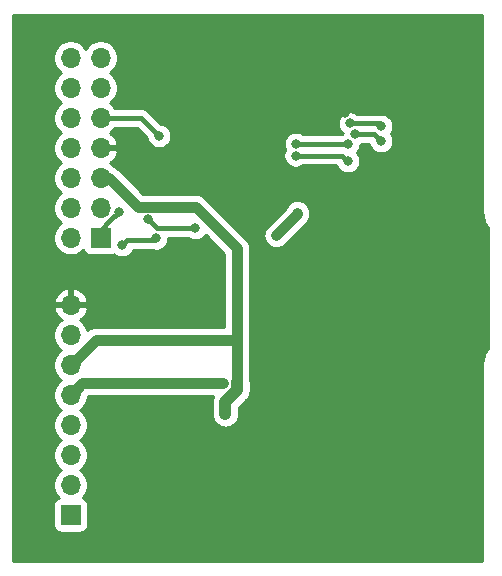
<source format=gbl>
%TF.GenerationSoftware,KiCad,Pcbnew,(5.1.6)-1*%
%TF.CreationDate,2020-08-11T11:23:43+09:00*%
%TF.ProjectId,BLDC_MD_DRV10970,424c4443-5f4d-4445-9f44-525631303937,rev?*%
%TF.SameCoordinates,Original*%
%TF.FileFunction,Copper,L2,Bot*%
%TF.FilePolarity,Positive*%
%FSLAX46Y46*%
G04 Gerber Fmt 4.6, Leading zero omitted, Abs format (unit mm)*
G04 Created by KiCad (PCBNEW (5.1.6)-1) date 2020-08-11 11:23:43*
%MOMM*%
%LPD*%
G01*
G04 APERTURE LIST*
%TA.AperFunction,ComponentPad*%
%ADD10O,1.700000X1.700000*%
%TD*%
%TA.AperFunction,ComponentPad*%
%ADD11R,1.700000X1.700000*%
%TD*%
%TA.AperFunction,ViaPad*%
%ADD12C,0.800000*%
%TD*%
%TA.AperFunction,ViaPad*%
%ADD13C,0.600000*%
%TD*%
%TA.AperFunction,Conductor*%
%ADD14C,0.914400*%
%TD*%
%TA.AperFunction,Conductor*%
%ADD15C,0.406400*%
%TD*%
%TA.AperFunction,Conductor*%
%ADD16C,1.016000*%
%TD*%
%TA.AperFunction,Conductor*%
%ADD17C,0.254000*%
%TD*%
G04 APERTURE END LIST*
D10*
%TO.P,J2,8*%
%TO.N,GND*%
X136499600Y-113182400D03*
%TO.P,J2,7*%
%TO.N,VCC*%
X136499600Y-115722400D03*
%TO.P,J2,6*%
%TO.N,+5V*%
X136499600Y-118262400D03*
%TO.P,J2,5*%
%TO.N,+3V3*%
X136499600Y-120802400D03*
%TO.P,J2,4*%
%TO.N,/RD3V3*%
X136499600Y-123342400D03*
%TO.P,J2,3*%
%TO.N,/PWM3V3*%
X136499600Y-125882400D03*
%TO.P,J2,2*%
%TO.N,/FR3V3*%
X136499600Y-128422400D03*
D11*
%TO.P,J2,1*%
%TO.N,/FG3V3*%
X136499600Y-130962400D03*
%TD*%
D10*
%TO.P,J1,14*%
%TO.N,Net-(J1-Pad14)*%
X136499600Y-92252800D03*
%TO.P,J1,13*%
%TO.N,Net-(J1-Pad13)*%
X139039600Y-92252800D03*
%TO.P,J1,12*%
%TO.N,/HALL_A_P*%
X136499600Y-94792800D03*
%TO.P,J1,11*%
%TO.N,/HALL_A_N*%
X139039600Y-94792800D03*
%TO.P,J1,10*%
%TO.N,/COIL_A*%
X136499600Y-97332800D03*
%TO.P,J1,9*%
%TO.N,/HALL_B_N*%
X139039600Y-97332800D03*
%TO.P,J1,8*%
%TO.N,/COIL_C*%
X136499600Y-99872800D03*
%TO.P,J1,7*%
%TO.N,GND*%
X139039600Y-99872800D03*
%TO.P,J1,6*%
%TO.N,/COIL_B*%
X136499600Y-102412800D03*
%TO.P,J1,5*%
%TO.N,+5V*%
X139039600Y-102412800D03*
%TO.P,J1,4*%
%TO.N,Net-(J1-Pad4)*%
X136499600Y-104952800D03*
%TO.P,J1,3*%
%TO.N,/HALL_B_P*%
X139039600Y-104952800D03*
%TO.P,J1,2*%
%TO.N,/HALL_C_N*%
X136499600Y-107492800D03*
D11*
%TO.P,J1,1*%
%TO.N,/HALL_C_P*%
X139039600Y-107492800D03*
%TD*%
D12*
%TO.N,VCC*%
X155702000Y-105410000D03*
X153924000Y-107276810D03*
D13*
%TO.N,GND*%
X150000000Y-100700000D03*
X151100000Y-100700000D03*
X151100000Y-99400000D03*
X150000000Y-99400000D03*
X148900000Y-102000000D03*
X148900000Y-100700000D03*
X148900000Y-99400000D03*
D12*
X159708323Y-96909418D03*
X154432000Y-124460000D03*
X154432000Y-128270000D03*
X154432000Y-131826000D03*
X159170581Y-106750000D03*
D13*
X148900000Y-96800000D03*
X151100000Y-96800000D03*
X150000000Y-96800000D03*
X148900000Y-98100000D03*
X150000000Y-98100000D03*
X151100000Y-98100000D03*
X148900000Y-103300000D03*
X151100000Y-102000000D03*
X151100000Y-103300000D03*
X150000000Y-102000000D03*
X150000000Y-103300000D03*
D12*
%TO.N,/VCP*%
X143035590Y-105918000D03*
X147066000Y-106680000D03*
%TO.N,/PWM*%
X155600400Y-99532440D03*
X159969903Y-99581537D03*
%TO.N,/RD*%
X155549331Y-100531137D03*
X159973781Y-101005240D03*
%TO.N,/COIL_B*%
X140853160Y-108107480D03*
X143747758Y-107537518D03*
%TO.N,/HALL_C_P*%
X140579851Y-105273851D03*
%TO.N,/HALL_B_N*%
X144001094Y-98871790D03*
%TO.N,+5V*%
X150600000Y-119725000D03*
X150600000Y-116150000D03*
X150600000Y-112525000D03*
X150600000Y-108950000D03*
X149606000Y-122428000D03*
%TO.N,+3V3*%
X149418810Y-119826152D03*
%TO.N,Net-(JP1-Pad2)*%
X160580192Y-98709376D03*
X162793001Y-99314000D03*
%TO.N,Net-(JP3-Pad2)*%
X160145720Y-97808689D03*
X162793001Y-98044000D03*
%TD*%
D14*
%TO.N,VCC*%
X155702000Y-105410000D02*
X155702000Y-105498810D01*
X155702000Y-105498810D02*
X153924000Y-107276810D01*
D15*
%TO.N,/VCP*%
X143797590Y-106680000D02*
X147066000Y-106680000D01*
X143035590Y-105918000D02*
X143797590Y-106680000D01*
%TO.N,/PWM*%
X155600400Y-99532440D02*
X159920806Y-99532440D01*
X159920806Y-99532440D02*
X159969903Y-99581537D01*
%TO.N,/RD*%
X155549331Y-100531137D02*
X159499678Y-100531137D01*
X159499678Y-100531137D02*
X159973781Y-101005240D01*
%TO.N,/COIL_B*%
X140853160Y-108107480D02*
X141259560Y-107701080D01*
X141259560Y-107701080D02*
X143584196Y-107701080D01*
X143584196Y-107701080D02*
X143747758Y-107537518D01*
%TO.N,/HALL_C_P*%
X140579851Y-105273851D02*
X139852400Y-106001302D01*
X139039600Y-106814102D02*
X139852400Y-106001302D01*
X139039600Y-107492800D02*
X139039600Y-106814102D01*
%TO.N,/HALL_B_N*%
X142462104Y-97332800D02*
X144001094Y-98871790D01*
X139039600Y-97332800D02*
X142462104Y-97332800D01*
D14*
%TO.N,+5V*%
X150600000Y-119725000D02*
X150600000Y-117450000D01*
X150600000Y-116150000D02*
X150600000Y-117450000D01*
X150600000Y-116150000D02*
X150600000Y-113575000D01*
X150600000Y-112525000D02*
X150600000Y-113575000D01*
X150600000Y-112525000D02*
X150600000Y-109725000D01*
X150600000Y-108950000D02*
X150600000Y-109725000D01*
X142198799Y-104860799D02*
X139750800Y-102412800D01*
X147076484Y-104860799D02*
X142198799Y-104860799D01*
X139750800Y-102412800D02*
X139039600Y-102412800D01*
X150600000Y-108950000D02*
X150600000Y-108384315D01*
X150600000Y-108384315D02*
X147076484Y-104860799D01*
X138612000Y-116150000D02*
X136499600Y-118262400D01*
X150600000Y-116150000D02*
X138612000Y-116150000D01*
D16*
X149606000Y-122428000D02*
X149606000Y-121412000D01*
X150600000Y-120418000D02*
X150600000Y-119725000D01*
X149606000Y-121412000D02*
X150600000Y-120418000D01*
D14*
%TO.N,+3V3*%
X137475848Y-119826152D02*
X136499600Y-120802400D01*
X149418810Y-119826152D02*
X137475848Y-119826152D01*
D15*
%TO.N,Net-(JP1-Pad2)*%
X160580192Y-98709376D02*
X162188377Y-98709376D01*
X162188377Y-98709376D02*
X162793001Y-99314000D01*
%TO.N,Net-(JP3-Pad2)*%
X160145720Y-97808689D02*
X162557690Y-97808689D01*
X162557690Y-97808689D02*
X162793001Y-98044000D01*
%TD*%
D17*
%TO.N,GND*%
G36*
X171340001Y-105282419D02*
G01*
X171342818Y-105311018D01*
X171342753Y-105320288D01*
X171343652Y-105329460D01*
X171374252Y-105620605D01*
X171386283Y-105679217D01*
X171397489Y-105737963D01*
X171400153Y-105746784D01*
X171486721Y-106026440D01*
X171509899Y-106081578D01*
X171532311Y-106137050D01*
X171536638Y-106145186D01*
X171675877Y-106402702D01*
X171709304Y-106452259D01*
X171742080Y-106502347D01*
X171747905Y-106509488D01*
X171873000Y-106660703D01*
X171873000Y-116838663D01*
X171739155Y-117002773D01*
X171706055Y-117052592D01*
X171672256Y-117101955D01*
X171667873Y-117110061D01*
X171530436Y-117368542D01*
X171507645Y-117423836D01*
X171484075Y-117478829D01*
X171481350Y-117487632D01*
X171396736Y-117767886D01*
X171385116Y-117826571D01*
X171372680Y-117885079D01*
X171371717Y-117894244D01*
X171343150Y-118185596D01*
X171340000Y-118217582D01*
X171340001Y-134840000D01*
X131660000Y-134840000D01*
X131660000Y-130112400D01*
X135011528Y-130112400D01*
X135011528Y-131812400D01*
X135023788Y-131936882D01*
X135060098Y-132056580D01*
X135119063Y-132166894D01*
X135198415Y-132263585D01*
X135295106Y-132342937D01*
X135405420Y-132401902D01*
X135525118Y-132438212D01*
X135649600Y-132450472D01*
X137349600Y-132450472D01*
X137474082Y-132438212D01*
X137593780Y-132401902D01*
X137704094Y-132342937D01*
X137800785Y-132263585D01*
X137880137Y-132166894D01*
X137939102Y-132056580D01*
X137975412Y-131936882D01*
X137987672Y-131812400D01*
X137987672Y-130112400D01*
X137975412Y-129987918D01*
X137939102Y-129868220D01*
X137880137Y-129757906D01*
X137800785Y-129661215D01*
X137704094Y-129581863D01*
X137593780Y-129522898D01*
X137521220Y-129500887D01*
X137653075Y-129369032D01*
X137815590Y-129125811D01*
X137927532Y-128855558D01*
X137984600Y-128568660D01*
X137984600Y-128276140D01*
X137927532Y-127989242D01*
X137815590Y-127718989D01*
X137653075Y-127475768D01*
X137446232Y-127268925D01*
X137271840Y-127152400D01*
X137446232Y-127035875D01*
X137653075Y-126829032D01*
X137815590Y-126585811D01*
X137927532Y-126315558D01*
X137984600Y-126028660D01*
X137984600Y-125736140D01*
X137927532Y-125449242D01*
X137815590Y-125178989D01*
X137653075Y-124935768D01*
X137446232Y-124728925D01*
X137271840Y-124612400D01*
X137446232Y-124495875D01*
X137653075Y-124289032D01*
X137815590Y-124045811D01*
X137927532Y-123775558D01*
X137984600Y-123488660D01*
X137984600Y-123196140D01*
X137927532Y-122909242D01*
X137815590Y-122638989D01*
X137653075Y-122395768D01*
X137446232Y-122188925D01*
X137271840Y-122072400D01*
X137446232Y-121955875D01*
X137653075Y-121749032D01*
X137815590Y-121505811D01*
X137927532Y-121235558D01*
X137984600Y-120948660D01*
X137984600Y-120918352D01*
X148573827Y-120918352D01*
X148544897Y-120972477D01*
X148479539Y-121187933D01*
X148463000Y-121355854D01*
X148463000Y-121355861D01*
X148457471Y-121412000D01*
X148463000Y-121468139D01*
X148463000Y-122484145D01*
X148479539Y-122652066D01*
X148544897Y-122867522D01*
X148651032Y-123066088D01*
X148793867Y-123240133D01*
X148967911Y-123382968D01*
X149166477Y-123489103D01*
X149381933Y-123554461D01*
X149606000Y-123576530D01*
X149830066Y-123554461D01*
X150045522Y-123489103D01*
X150244088Y-123382968D01*
X150418133Y-123240133D01*
X150560968Y-123066089D01*
X150667103Y-122867523D01*
X150732461Y-122652067D01*
X150749000Y-122484146D01*
X150749000Y-121885446D01*
X151368529Y-121265918D01*
X151412133Y-121230133D01*
X151447918Y-121186529D01*
X151447924Y-121186523D01*
X151554967Y-121056090D01*
X151554968Y-121056089D01*
X151661103Y-120857523D01*
X151726461Y-120642067D01*
X151743000Y-120474146D01*
X151743000Y-120474140D01*
X151748529Y-120418001D01*
X151743000Y-120361862D01*
X151743000Y-119668855D01*
X151726461Y-119500934D01*
X151692200Y-119387990D01*
X151692200Y-116203648D01*
X151697484Y-116150000D01*
X151692200Y-116096351D01*
X151692200Y-108437956D01*
X151697483Y-108384314D01*
X151692200Y-108330673D01*
X151692200Y-108330667D01*
X151676396Y-108170207D01*
X151676396Y-108170205D01*
X151647324Y-108074371D01*
X151613943Y-107964327D01*
X151512525Y-107774586D01*
X151430982Y-107675226D01*
X151410237Y-107649948D01*
X151410235Y-107649946D01*
X151376038Y-107608277D01*
X151334369Y-107574080D01*
X151037099Y-107276810D01*
X152826517Y-107276810D01*
X152847604Y-107490919D01*
X152910057Y-107696798D01*
X153011476Y-107886538D01*
X153147962Y-108052848D01*
X153314272Y-108189334D01*
X153504012Y-108290753D01*
X153709891Y-108353206D01*
X153924000Y-108374293D01*
X154138109Y-108353206D01*
X154343988Y-108290753D01*
X154533728Y-108189334D01*
X154658366Y-108087047D01*
X156436369Y-106309045D01*
X156478038Y-106274848D01*
X156529561Y-106212068D01*
X156614525Y-106108539D01*
X156715943Y-105918799D01*
X156778396Y-105712919D01*
X156782811Y-105668089D01*
X156794200Y-105552458D01*
X156794200Y-105552451D01*
X156799483Y-105498810D01*
X156794200Y-105445169D01*
X156794200Y-105356351D01*
X156778396Y-105195891D01*
X156715943Y-104990011D01*
X156614525Y-104800271D01*
X156478038Y-104633962D01*
X156311729Y-104497475D01*
X156121988Y-104396057D01*
X155916108Y-104333604D01*
X155702000Y-104312516D01*
X155487891Y-104333604D01*
X155282011Y-104396057D01*
X155092271Y-104497475D01*
X154925962Y-104633962D01*
X154789475Y-104800271D01*
X154713161Y-104943045D01*
X153113763Y-106542444D01*
X153011476Y-106667082D01*
X152910057Y-106856822D01*
X152847604Y-107062701D01*
X152826517Y-107276810D01*
X151037099Y-107276810D01*
X147886724Y-104126436D01*
X147852522Y-104084761D01*
X147686213Y-103948274D01*
X147496473Y-103846856D01*
X147290593Y-103784403D01*
X147130133Y-103768599D01*
X147130125Y-103768599D01*
X147076484Y-103763316D01*
X147022843Y-103768599D01*
X142651203Y-103768599D01*
X140561040Y-101678437D01*
X140526838Y-101636762D01*
X140360529Y-101500275D01*
X140170789Y-101398857D01*
X140106159Y-101379252D01*
X139986232Y-101259325D01*
X139804066Y-101137605D01*
X139920955Y-101067978D01*
X140137188Y-100873069D01*
X140311241Y-100639720D01*
X140411514Y-100429198D01*
X154514331Y-100429198D01*
X154514331Y-100633076D01*
X154554105Y-100833035D01*
X154632126Y-101021393D01*
X154745394Y-101190911D01*
X154889557Y-101335074D01*
X155059075Y-101448342D01*
X155247433Y-101526363D01*
X155447392Y-101566137D01*
X155651270Y-101566137D01*
X155851229Y-101526363D01*
X156039587Y-101448342D01*
X156157827Y-101369337D01*
X159004319Y-101369337D01*
X159056576Y-101495496D01*
X159169844Y-101665014D01*
X159314007Y-101809177D01*
X159483525Y-101922445D01*
X159671883Y-102000466D01*
X159871842Y-102040240D01*
X160075720Y-102040240D01*
X160275679Y-102000466D01*
X160464037Y-101922445D01*
X160633555Y-101809177D01*
X160777718Y-101665014D01*
X160890986Y-101495496D01*
X160969007Y-101307138D01*
X161008781Y-101107179D01*
X161008781Y-100903301D01*
X160969007Y-100703342D01*
X160890986Y-100514984D01*
X160777718Y-100345466D01*
X160723702Y-100291450D01*
X160773840Y-100241311D01*
X160887108Y-100071793D01*
X160965129Y-99883435D01*
X161004903Y-99683476D01*
X161004903Y-99653731D01*
X161070448Y-99626581D01*
X161188688Y-99547576D01*
X161784185Y-99547576D01*
X161797775Y-99615898D01*
X161875796Y-99804256D01*
X161989064Y-99973774D01*
X162133227Y-100117937D01*
X162302745Y-100231205D01*
X162491103Y-100309226D01*
X162691062Y-100349000D01*
X162894940Y-100349000D01*
X163094899Y-100309226D01*
X163283257Y-100231205D01*
X163452775Y-100117937D01*
X163596938Y-99973774D01*
X163710206Y-99804256D01*
X163788227Y-99615898D01*
X163828001Y-99415939D01*
X163828001Y-99212061D01*
X163788227Y-99012102D01*
X163710206Y-98823744D01*
X163613491Y-98679000D01*
X163710206Y-98534256D01*
X163788227Y-98345898D01*
X163828001Y-98145939D01*
X163828001Y-97942061D01*
X163788227Y-97742102D01*
X163710206Y-97553744D01*
X163596938Y-97384226D01*
X163452775Y-97240063D01*
X163283257Y-97126795D01*
X163094899Y-97048774D01*
X162894940Y-97009000D01*
X162808976Y-97009000D01*
X162722006Y-96982618D01*
X162598860Y-96970489D01*
X162598853Y-96970489D01*
X162557690Y-96966435D01*
X162516527Y-96970489D01*
X160754216Y-96970489D01*
X160635976Y-96891484D01*
X160447618Y-96813463D01*
X160247659Y-96773689D01*
X160043781Y-96773689D01*
X159843822Y-96813463D01*
X159655464Y-96891484D01*
X159485946Y-97004752D01*
X159341783Y-97148915D01*
X159228515Y-97318433D01*
X159150494Y-97506791D01*
X159110720Y-97706750D01*
X159110720Y-97910628D01*
X159150494Y-98110587D01*
X159228515Y-98298945D01*
X159341783Y-98468463D01*
X159485946Y-98612626D01*
X159531306Y-98642934D01*
X159479647Y-98664332D01*
X159434886Y-98694240D01*
X156208896Y-98694240D01*
X156090656Y-98615235D01*
X155902298Y-98537214D01*
X155702339Y-98497440D01*
X155498461Y-98497440D01*
X155298502Y-98537214D01*
X155110144Y-98615235D01*
X154940626Y-98728503D01*
X154796463Y-98872666D01*
X154683195Y-99042184D01*
X154605174Y-99230542D01*
X154565400Y-99430501D01*
X154565400Y-99634379D01*
X154605174Y-99834338D01*
X154668302Y-99986740D01*
X154632126Y-100040881D01*
X154554105Y-100229239D01*
X154514331Y-100429198D01*
X140411514Y-100429198D01*
X140436425Y-100376899D01*
X140481076Y-100229690D01*
X140359755Y-99999800D01*
X139166600Y-99999800D01*
X139166600Y-100019800D01*
X138912600Y-100019800D01*
X138912600Y-99999800D01*
X138892600Y-99999800D01*
X138892600Y-99745800D01*
X138912600Y-99745800D01*
X138912600Y-99725800D01*
X139166600Y-99725800D01*
X139166600Y-99745800D01*
X140359755Y-99745800D01*
X140481076Y-99515910D01*
X140436425Y-99368701D01*
X140311241Y-99105880D01*
X140137188Y-98872531D01*
X139920955Y-98677622D01*
X139804066Y-98607995D01*
X139986232Y-98486275D01*
X140193075Y-98279432D01*
X140265527Y-98171000D01*
X142114911Y-98171000D01*
X142978125Y-99034214D01*
X143005868Y-99173688D01*
X143083889Y-99362046D01*
X143197157Y-99531564D01*
X143341320Y-99675727D01*
X143510838Y-99788995D01*
X143699196Y-99867016D01*
X143899155Y-99906790D01*
X144103033Y-99906790D01*
X144302992Y-99867016D01*
X144491350Y-99788995D01*
X144660868Y-99675727D01*
X144805031Y-99531564D01*
X144918299Y-99362046D01*
X144996320Y-99173688D01*
X145036094Y-98973729D01*
X145036094Y-98769851D01*
X144996320Y-98569892D01*
X144918299Y-98381534D01*
X144805031Y-98212016D01*
X144660868Y-98067853D01*
X144491350Y-97954585D01*
X144302992Y-97876564D01*
X144163518Y-97848821D01*
X143083915Y-96769218D01*
X143057668Y-96737236D01*
X142930036Y-96632491D01*
X142784421Y-96554658D01*
X142626420Y-96506729D01*
X142503274Y-96494600D01*
X142503267Y-96494600D01*
X142462104Y-96490546D01*
X142420941Y-96494600D01*
X140265527Y-96494600D01*
X140193075Y-96386168D01*
X139986232Y-96179325D01*
X139811840Y-96062800D01*
X139986232Y-95946275D01*
X140193075Y-95739432D01*
X140355590Y-95496211D01*
X140467532Y-95225958D01*
X140524600Y-94939060D01*
X140524600Y-94646540D01*
X140467532Y-94359642D01*
X140355590Y-94089389D01*
X140193075Y-93846168D01*
X139986232Y-93639325D01*
X139811840Y-93522800D01*
X139986232Y-93406275D01*
X140193075Y-93199432D01*
X140355590Y-92956211D01*
X140467532Y-92685958D01*
X140524600Y-92399060D01*
X140524600Y-92106540D01*
X140467532Y-91819642D01*
X140355590Y-91549389D01*
X140193075Y-91306168D01*
X139986232Y-91099325D01*
X139743011Y-90936810D01*
X139472758Y-90824868D01*
X139185860Y-90767800D01*
X138893340Y-90767800D01*
X138606442Y-90824868D01*
X138336189Y-90936810D01*
X138092968Y-91099325D01*
X137886125Y-91306168D01*
X137769600Y-91480560D01*
X137653075Y-91306168D01*
X137446232Y-91099325D01*
X137203011Y-90936810D01*
X136932758Y-90824868D01*
X136645860Y-90767800D01*
X136353340Y-90767800D01*
X136066442Y-90824868D01*
X135796189Y-90936810D01*
X135552968Y-91099325D01*
X135346125Y-91306168D01*
X135183610Y-91549389D01*
X135071668Y-91819642D01*
X135014600Y-92106540D01*
X135014600Y-92399060D01*
X135071668Y-92685958D01*
X135183610Y-92956211D01*
X135346125Y-93199432D01*
X135552968Y-93406275D01*
X135727360Y-93522800D01*
X135552968Y-93639325D01*
X135346125Y-93846168D01*
X135183610Y-94089389D01*
X135071668Y-94359642D01*
X135014600Y-94646540D01*
X135014600Y-94939060D01*
X135071668Y-95225958D01*
X135183610Y-95496211D01*
X135346125Y-95739432D01*
X135552968Y-95946275D01*
X135727360Y-96062800D01*
X135552968Y-96179325D01*
X135346125Y-96386168D01*
X135183610Y-96629389D01*
X135071668Y-96899642D01*
X135014600Y-97186540D01*
X135014600Y-97479060D01*
X135071668Y-97765958D01*
X135183610Y-98036211D01*
X135346125Y-98279432D01*
X135552968Y-98486275D01*
X135727360Y-98602800D01*
X135552968Y-98719325D01*
X135346125Y-98926168D01*
X135183610Y-99169389D01*
X135071668Y-99439642D01*
X135014600Y-99726540D01*
X135014600Y-100019060D01*
X135071668Y-100305958D01*
X135183610Y-100576211D01*
X135346125Y-100819432D01*
X135552968Y-101026275D01*
X135727360Y-101142800D01*
X135552968Y-101259325D01*
X135346125Y-101466168D01*
X135183610Y-101709389D01*
X135071668Y-101979642D01*
X135014600Y-102266540D01*
X135014600Y-102559060D01*
X135071668Y-102845958D01*
X135183610Y-103116211D01*
X135346125Y-103359432D01*
X135552968Y-103566275D01*
X135727360Y-103682800D01*
X135552968Y-103799325D01*
X135346125Y-104006168D01*
X135183610Y-104249389D01*
X135071668Y-104519642D01*
X135014600Y-104806540D01*
X135014600Y-105099060D01*
X135071668Y-105385958D01*
X135183610Y-105656211D01*
X135346125Y-105899432D01*
X135552968Y-106106275D01*
X135727360Y-106222800D01*
X135552968Y-106339325D01*
X135346125Y-106546168D01*
X135183610Y-106789389D01*
X135071668Y-107059642D01*
X135014600Y-107346540D01*
X135014600Y-107639060D01*
X135071668Y-107925958D01*
X135183610Y-108196211D01*
X135346125Y-108439432D01*
X135552968Y-108646275D01*
X135796189Y-108808790D01*
X136066442Y-108920732D01*
X136353340Y-108977800D01*
X136645860Y-108977800D01*
X136932758Y-108920732D01*
X137203011Y-108808790D01*
X137446232Y-108646275D01*
X137578087Y-108514420D01*
X137600098Y-108586980D01*
X137659063Y-108697294D01*
X137738415Y-108793985D01*
X137835106Y-108873337D01*
X137945420Y-108932302D01*
X138065118Y-108968612D01*
X138189600Y-108980872D01*
X139889600Y-108980872D01*
X140014082Y-108968612D01*
X140133780Y-108932302D01*
X140186234Y-108904265D01*
X140193386Y-108911417D01*
X140362904Y-109024685D01*
X140551262Y-109102706D01*
X140751221Y-109142480D01*
X140955099Y-109142480D01*
X141155058Y-109102706D01*
X141343416Y-109024685D01*
X141512934Y-108911417D01*
X141657097Y-108767254D01*
X141770365Y-108597736D01*
X141794578Y-108539280D01*
X143478719Y-108539280D01*
X143645819Y-108572518D01*
X143849697Y-108572518D01*
X144049656Y-108532744D01*
X144238014Y-108454723D01*
X144407532Y-108341455D01*
X144551695Y-108197292D01*
X144664963Y-108027774D01*
X144742984Y-107839416D01*
X144782758Y-107639457D01*
X144782758Y-107518200D01*
X146457504Y-107518200D01*
X146575744Y-107597205D01*
X146764102Y-107675226D01*
X146964061Y-107715000D01*
X147167939Y-107715000D01*
X147367898Y-107675226D01*
X147556256Y-107597205D01*
X147725774Y-107483937D01*
X147869937Y-107339774D01*
X147926381Y-107255299D01*
X149507800Y-108836719D01*
X149507800Y-109778649D01*
X149507801Y-109778659D01*
X149507800Y-112471351D01*
X149507800Y-113628649D01*
X149507801Y-113628659D01*
X149507800Y-115057800D01*
X138665641Y-115057800D01*
X138612000Y-115052517D01*
X138558359Y-115057800D01*
X138558351Y-115057800D01*
X138397891Y-115073604D01*
X138192011Y-115136057D01*
X138002271Y-115237475D01*
X137929168Y-115297469D01*
X137927532Y-115289242D01*
X137815590Y-115018989D01*
X137653075Y-114775768D01*
X137446232Y-114568925D01*
X137264066Y-114447205D01*
X137380955Y-114377578D01*
X137597188Y-114182669D01*
X137771241Y-113949320D01*
X137896425Y-113686499D01*
X137941076Y-113539290D01*
X137819755Y-113309400D01*
X136626600Y-113309400D01*
X136626600Y-113329400D01*
X136372600Y-113329400D01*
X136372600Y-113309400D01*
X135179445Y-113309400D01*
X135058124Y-113539290D01*
X135102775Y-113686499D01*
X135227959Y-113949320D01*
X135402012Y-114182669D01*
X135618245Y-114377578D01*
X135735134Y-114447205D01*
X135552968Y-114568925D01*
X135346125Y-114775768D01*
X135183610Y-115018989D01*
X135071668Y-115289242D01*
X135014600Y-115576140D01*
X135014600Y-115868660D01*
X135071668Y-116155558D01*
X135183610Y-116425811D01*
X135346125Y-116669032D01*
X135552968Y-116875875D01*
X135727360Y-116992400D01*
X135552968Y-117108925D01*
X135346125Y-117315768D01*
X135183610Y-117558989D01*
X135071668Y-117829242D01*
X135014600Y-118116140D01*
X135014600Y-118408660D01*
X135071668Y-118695558D01*
X135183610Y-118965811D01*
X135346125Y-119209032D01*
X135552968Y-119415875D01*
X135727360Y-119532400D01*
X135552968Y-119648925D01*
X135346125Y-119855768D01*
X135183610Y-120098989D01*
X135071668Y-120369242D01*
X135014600Y-120656140D01*
X135014600Y-120948660D01*
X135071668Y-121235558D01*
X135183610Y-121505811D01*
X135346125Y-121749032D01*
X135552968Y-121955875D01*
X135727360Y-122072400D01*
X135552968Y-122188925D01*
X135346125Y-122395768D01*
X135183610Y-122638989D01*
X135071668Y-122909242D01*
X135014600Y-123196140D01*
X135014600Y-123488660D01*
X135071668Y-123775558D01*
X135183610Y-124045811D01*
X135346125Y-124289032D01*
X135552968Y-124495875D01*
X135727360Y-124612400D01*
X135552968Y-124728925D01*
X135346125Y-124935768D01*
X135183610Y-125178989D01*
X135071668Y-125449242D01*
X135014600Y-125736140D01*
X135014600Y-126028660D01*
X135071668Y-126315558D01*
X135183610Y-126585811D01*
X135346125Y-126829032D01*
X135552968Y-127035875D01*
X135727360Y-127152400D01*
X135552968Y-127268925D01*
X135346125Y-127475768D01*
X135183610Y-127718989D01*
X135071668Y-127989242D01*
X135014600Y-128276140D01*
X135014600Y-128568660D01*
X135071668Y-128855558D01*
X135183610Y-129125811D01*
X135346125Y-129369032D01*
X135477980Y-129500887D01*
X135405420Y-129522898D01*
X135295106Y-129581863D01*
X135198415Y-129661215D01*
X135119063Y-129757906D01*
X135060098Y-129868220D01*
X135023788Y-129987918D01*
X135011528Y-130112400D01*
X131660000Y-130112400D01*
X131660000Y-112825510D01*
X135058124Y-112825510D01*
X135179445Y-113055400D01*
X136372600Y-113055400D01*
X136372600Y-111861586D01*
X136626600Y-111861586D01*
X136626600Y-113055400D01*
X137819755Y-113055400D01*
X137941076Y-112825510D01*
X137896425Y-112678301D01*
X137771241Y-112415480D01*
X137597188Y-112182131D01*
X137380955Y-111987222D01*
X137130852Y-111838243D01*
X136856491Y-111740919D01*
X136626600Y-111861586D01*
X136372600Y-111861586D01*
X136142709Y-111740919D01*
X135868348Y-111838243D01*
X135618245Y-111987222D01*
X135402012Y-112182131D01*
X135227959Y-112415480D01*
X135102775Y-112678301D01*
X135058124Y-112825510D01*
X131660000Y-112825510D01*
X131660000Y-88660000D01*
X171340000Y-88660000D01*
X171340001Y-105282419D01*
G37*
X171340001Y-105282419D02*
X171342818Y-105311018D01*
X171342753Y-105320288D01*
X171343652Y-105329460D01*
X171374252Y-105620605D01*
X171386283Y-105679217D01*
X171397489Y-105737963D01*
X171400153Y-105746784D01*
X171486721Y-106026440D01*
X171509899Y-106081578D01*
X171532311Y-106137050D01*
X171536638Y-106145186D01*
X171675877Y-106402702D01*
X171709304Y-106452259D01*
X171742080Y-106502347D01*
X171747905Y-106509488D01*
X171873000Y-106660703D01*
X171873000Y-116838663D01*
X171739155Y-117002773D01*
X171706055Y-117052592D01*
X171672256Y-117101955D01*
X171667873Y-117110061D01*
X171530436Y-117368542D01*
X171507645Y-117423836D01*
X171484075Y-117478829D01*
X171481350Y-117487632D01*
X171396736Y-117767886D01*
X171385116Y-117826571D01*
X171372680Y-117885079D01*
X171371717Y-117894244D01*
X171343150Y-118185596D01*
X171340000Y-118217582D01*
X171340001Y-134840000D01*
X131660000Y-134840000D01*
X131660000Y-130112400D01*
X135011528Y-130112400D01*
X135011528Y-131812400D01*
X135023788Y-131936882D01*
X135060098Y-132056580D01*
X135119063Y-132166894D01*
X135198415Y-132263585D01*
X135295106Y-132342937D01*
X135405420Y-132401902D01*
X135525118Y-132438212D01*
X135649600Y-132450472D01*
X137349600Y-132450472D01*
X137474082Y-132438212D01*
X137593780Y-132401902D01*
X137704094Y-132342937D01*
X137800785Y-132263585D01*
X137880137Y-132166894D01*
X137939102Y-132056580D01*
X137975412Y-131936882D01*
X137987672Y-131812400D01*
X137987672Y-130112400D01*
X137975412Y-129987918D01*
X137939102Y-129868220D01*
X137880137Y-129757906D01*
X137800785Y-129661215D01*
X137704094Y-129581863D01*
X137593780Y-129522898D01*
X137521220Y-129500887D01*
X137653075Y-129369032D01*
X137815590Y-129125811D01*
X137927532Y-128855558D01*
X137984600Y-128568660D01*
X137984600Y-128276140D01*
X137927532Y-127989242D01*
X137815590Y-127718989D01*
X137653075Y-127475768D01*
X137446232Y-127268925D01*
X137271840Y-127152400D01*
X137446232Y-127035875D01*
X137653075Y-126829032D01*
X137815590Y-126585811D01*
X137927532Y-126315558D01*
X137984600Y-126028660D01*
X137984600Y-125736140D01*
X137927532Y-125449242D01*
X137815590Y-125178989D01*
X137653075Y-124935768D01*
X137446232Y-124728925D01*
X137271840Y-124612400D01*
X137446232Y-124495875D01*
X137653075Y-124289032D01*
X137815590Y-124045811D01*
X137927532Y-123775558D01*
X137984600Y-123488660D01*
X137984600Y-123196140D01*
X137927532Y-122909242D01*
X137815590Y-122638989D01*
X137653075Y-122395768D01*
X137446232Y-122188925D01*
X137271840Y-122072400D01*
X137446232Y-121955875D01*
X137653075Y-121749032D01*
X137815590Y-121505811D01*
X137927532Y-121235558D01*
X137984600Y-120948660D01*
X137984600Y-120918352D01*
X148573827Y-120918352D01*
X148544897Y-120972477D01*
X148479539Y-121187933D01*
X148463000Y-121355854D01*
X148463000Y-121355861D01*
X148457471Y-121412000D01*
X148463000Y-121468139D01*
X148463000Y-122484145D01*
X148479539Y-122652066D01*
X148544897Y-122867522D01*
X148651032Y-123066088D01*
X148793867Y-123240133D01*
X148967911Y-123382968D01*
X149166477Y-123489103D01*
X149381933Y-123554461D01*
X149606000Y-123576530D01*
X149830066Y-123554461D01*
X150045522Y-123489103D01*
X150244088Y-123382968D01*
X150418133Y-123240133D01*
X150560968Y-123066089D01*
X150667103Y-122867523D01*
X150732461Y-122652067D01*
X150749000Y-122484146D01*
X150749000Y-121885446D01*
X151368529Y-121265918D01*
X151412133Y-121230133D01*
X151447918Y-121186529D01*
X151447924Y-121186523D01*
X151554967Y-121056090D01*
X151554968Y-121056089D01*
X151661103Y-120857523D01*
X151726461Y-120642067D01*
X151743000Y-120474146D01*
X151743000Y-120474140D01*
X151748529Y-120418001D01*
X151743000Y-120361862D01*
X151743000Y-119668855D01*
X151726461Y-119500934D01*
X151692200Y-119387990D01*
X151692200Y-116203648D01*
X151697484Y-116150000D01*
X151692200Y-116096351D01*
X151692200Y-108437956D01*
X151697483Y-108384314D01*
X151692200Y-108330673D01*
X151692200Y-108330667D01*
X151676396Y-108170207D01*
X151676396Y-108170205D01*
X151647324Y-108074371D01*
X151613943Y-107964327D01*
X151512525Y-107774586D01*
X151430982Y-107675226D01*
X151410237Y-107649948D01*
X151410235Y-107649946D01*
X151376038Y-107608277D01*
X151334369Y-107574080D01*
X151037099Y-107276810D01*
X152826517Y-107276810D01*
X152847604Y-107490919D01*
X152910057Y-107696798D01*
X153011476Y-107886538D01*
X153147962Y-108052848D01*
X153314272Y-108189334D01*
X153504012Y-108290753D01*
X153709891Y-108353206D01*
X153924000Y-108374293D01*
X154138109Y-108353206D01*
X154343988Y-108290753D01*
X154533728Y-108189334D01*
X154658366Y-108087047D01*
X156436369Y-106309045D01*
X156478038Y-106274848D01*
X156529561Y-106212068D01*
X156614525Y-106108539D01*
X156715943Y-105918799D01*
X156778396Y-105712919D01*
X156782811Y-105668089D01*
X156794200Y-105552458D01*
X156794200Y-105552451D01*
X156799483Y-105498810D01*
X156794200Y-105445169D01*
X156794200Y-105356351D01*
X156778396Y-105195891D01*
X156715943Y-104990011D01*
X156614525Y-104800271D01*
X156478038Y-104633962D01*
X156311729Y-104497475D01*
X156121988Y-104396057D01*
X155916108Y-104333604D01*
X155702000Y-104312516D01*
X155487891Y-104333604D01*
X155282011Y-104396057D01*
X155092271Y-104497475D01*
X154925962Y-104633962D01*
X154789475Y-104800271D01*
X154713161Y-104943045D01*
X153113763Y-106542444D01*
X153011476Y-106667082D01*
X152910057Y-106856822D01*
X152847604Y-107062701D01*
X152826517Y-107276810D01*
X151037099Y-107276810D01*
X147886724Y-104126436D01*
X147852522Y-104084761D01*
X147686213Y-103948274D01*
X147496473Y-103846856D01*
X147290593Y-103784403D01*
X147130133Y-103768599D01*
X147130125Y-103768599D01*
X147076484Y-103763316D01*
X147022843Y-103768599D01*
X142651203Y-103768599D01*
X140561040Y-101678437D01*
X140526838Y-101636762D01*
X140360529Y-101500275D01*
X140170789Y-101398857D01*
X140106159Y-101379252D01*
X139986232Y-101259325D01*
X139804066Y-101137605D01*
X139920955Y-101067978D01*
X140137188Y-100873069D01*
X140311241Y-100639720D01*
X140411514Y-100429198D01*
X154514331Y-100429198D01*
X154514331Y-100633076D01*
X154554105Y-100833035D01*
X154632126Y-101021393D01*
X154745394Y-101190911D01*
X154889557Y-101335074D01*
X155059075Y-101448342D01*
X155247433Y-101526363D01*
X155447392Y-101566137D01*
X155651270Y-101566137D01*
X155851229Y-101526363D01*
X156039587Y-101448342D01*
X156157827Y-101369337D01*
X159004319Y-101369337D01*
X159056576Y-101495496D01*
X159169844Y-101665014D01*
X159314007Y-101809177D01*
X159483525Y-101922445D01*
X159671883Y-102000466D01*
X159871842Y-102040240D01*
X160075720Y-102040240D01*
X160275679Y-102000466D01*
X160464037Y-101922445D01*
X160633555Y-101809177D01*
X160777718Y-101665014D01*
X160890986Y-101495496D01*
X160969007Y-101307138D01*
X161008781Y-101107179D01*
X161008781Y-100903301D01*
X160969007Y-100703342D01*
X160890986Y-100514984D01*
X160777718Y-100345466D01*
X160723702Y-100291450D01*
X160773840Y-100241311D01*
X160887108Y-100071793D01*
X160965129Y-99883435D01*
X161004903Y-99683476D01*
X161004903Y-99653731D01*
X161070448Y-99626581D01*
X161188688Y-99547576D01*
X161784185Y-99547576D01*
X161797775Y-99615898D01*
X161875796Y-99804256D01*
X161989064Y-99973774D01*
X162133227Y-100117937D01*
X162302745Y-100231205D01*
X162491103Y-100309226D01*
X162691062Y-100349000D01*
X162894940Y-100349000D01*
X163094899Y-100309226D01*
X163283257Y-100231205D01*
X163452775Y-100117937D01*
X163596938Y-99973774D01*
X163710206Y-99804256D01*
X163788227Y-99615898D01*
X163828001Y-99415939D01*
X163828001Y-99212061D01*
X163788227Y-99012102D01*
X163710206Y-98823744D01*
X163613491Y-98679000D01*
X163710206Y-98534256D01*
X163788227Y-98345898D01*
X163828001Y-98145939D01*
X163828001Y-97942061D01*
X163788227Y-97742102D01*
X163710206Y-97553744D01*
X163596938Y-97384226D01*
X163452775Y-97240063D01*
X163283257Y-97126795D01*
X163094899Y-97048774D01*
X162894940Y-97009000D01*
X162808976Y-97009000D01*
X162722006Y-96982618D01*
X162598860Y-96970489D01*
X162598853Y-96970489D01*
X162557690Y-96966435D01*
X162516527Y-96970489D01*
X160754216Y-96970489D01*
X160635976Y-96891484D01*
X160447618Y-96813463D01*
X160247659Y-96773689D01*
X160043781Y-96773689D01*
X159843822Y-96813463D01*
X159655464Y-96891484D01*
X159485946Y-97004752D01*
X159341783Y-97148915D01*
X159228515Y-97318433D01*
X159150494Y-97506791D01*
X159110720Y-97706750D01*
X159110720Y-97910628D01*
X159150494Y-98110587D01*
X159228515Y-98298945D01*
X159341783Y-98468463D01*
X159485946Y-98612626D01*
X159531306Y-98642934D01*
X159479647Y-98664332D01*
X159434886Y-98694240D01*
X156208896Y-98694240D01*
X156090656Y-98615235D01*
X155902298Y-98537214D01*
X155702339Y-98497440D01*
X155498461Y-98497440D01*
X155298502Y-98537214D01*
X155110144Y-98615235D01*
X154940626Y-98728503D01*
X154796463Y-98872666D01*
X154683195Y-99042184D01*
X154605174Y-99230542D01*
X154565400Y-99430501D01*
X154565400Y-99634379D01*
X154605174Y-99834338D01*
X154668302Y-99986740D01*
X154632126Y-100040881D01*
X154554105Y-100229239D01*
X154514331Y-100429198D01*
X140411514Y-100429198D01*
X140436425Y-100376899D01*
X140481076Y-100229690D01*
X140359755Y-99999800D01*
X139166600Y-99999800D01*
X139166600Y-100019800D01*
X138912600Y-100019800D01*
X138912600Y-99999800D01*
X138892600Y-99999800D01*
X138892600Y-99745800D01*
X138912600Y-99745800D01*
X138912600Y-99725800D01*
X139166600Y-99725800D01*
X139166600Y-99745800D01*
X140359755Y-99745800D01*
X140481076Y-99515910D01*
X140436425Y-99368701D01*
X140311241Y-99105880D01*
X140137188Y-98872531D01*
X139920955Y-98677622D01*
X139804066Y-98607995D01*
X139986232Y-98486275D01*
X140193075Y-98279432D01*
X140265527Y-98171000D01*
X142114911Y-98171000D01*
X142978125Y-99034214D01*
X143005868Y-99173688D01*
X143083889Y-99362046D01*
X143197157Y-99531564D01*
X143341320Y-99675727D01*
X143510838Y-99788995D01*
X143699196Y-99867016D01*
X143899155Y-99906790D01*
X144103033Y-99906790D01*
X144302992Y-99867016D01*
X144491350Y-99788995D01*
X144660868Y-99675727D01*
X144805031Y-99531564D01*
X144918299Y-99362046D01*
X144996320Y-99173688D01*
X145036094Y-98973729D01*
X145036094Y-98769851D01*
X144996320Y-98569892D01*
X144918299Y-98381534D01*
X144805031Y-98212016D01*
X144660868Y-98067853D01*
X144491350Y-97954585D01*
X144302992Y-97876564D01*
X144163518Y-97848821D01*
X143083915Y-96769218D01*
X143057668Y-96737236D01*
X142930036Y-96632491D01*
X142784421Y-96554658D01*
X142626420Y-96506729D01*
X142503274Y-96494600D01*
X142503267Y-96494600D01*
X142462104Y-96490546D01*
X142420941Y-96494600D01*
X140265527Y-96494600D01*
X140193075Y-96386168D01*
X139986232Y-96179325D01*
X139811840Y-96062800D01*
X139986232Y-95946275D01*
X140193075Y-95739432D01*
X140355590Y-95496211D01*
X140467532Y-95225958D01*
X140524600Y-94939060D01*
X140524600Y-94646540D01*
X140467532Y-94359642D01*
X140355590Y-94089389D01*
X140193075Y-93846168D01*
X139986232Y-93639325D01*
X139811840Y-93522800D01*
X139986232Y-93406275D01*
X140193075Y-93199432D01*
X140355590Y-92956211D01*
X140467532Y-92685958D01*
X140524600Y-92399060D01*
X140524600Y-92106540D01*
X140467532Y-91819642D01*
X140355590Y-91549389D01*
X140193075Y-91306168D01*
X139986232Y-91099325D01*
X139743011Y-90936810D01*
X139472758Y-90824868D01*
X139185860Y-90767800D01*
X138893340Y-90767800D01*
X138606442Y-90824868D01*
X138336189Y-90936810D01*
X138092968Y-91099325D01*
X137886125Y-91306168D01*
X137769600Y-91480560D01*
X137653075Y-91306168D01*
X137446232Y-91099325D01*
X137203011Y-90936810D01*
X136932758Y-90824868D01*
X136645860Y-90767800D01*
X136353340Y-90767800D01*
X136066442Y-90824868D01*
X135796189Y-90936810D01*
X135552968Y-91099325D01*
X135346125Y-91306168D01*
X135183610Y-91549389D01*
X135071668Y-91819642D01*
X135014600Y-92106540D01*
X135014600Y-92399060D01*
X135071668Y-92685958D01*
X135183610Y-92956211D01*
X135346125Y-93199432D01*
X135552968Y-93406275D01*
X135727360Y-93522800D01*
X135552968Y-93639325D01*
X135346125Y-93846168D01*
X135183610Y-94089389D01*
X135071668Y-94359642D01*
X135014600Y-94646540D01*
X135014600Y-94939060D01*
X135071668Y-95225958D01*
X135183610Y-95496211D01*
X135346125Y-95739432D01*
X135552968Y-95946275D01*
X135727360Y-96062800D01*
X135552968Y-96179325D01*
X135346125Y-96386168D01*
X135183610Y-96629389D01*
X135071668Y-96899642D01*
X135014600Y-97186540D01*
X135014600Y-97479060D01*
X135071668Y-97765958D01*
X135183610Y-98036211D01*
X135346125Y-98279432D01*
X135552968Y-98486275D01*
X135727360Y-98602800D01*
X135552968Y-98719325D01*
X135346125Y-98926168D01*
X135183610Y-99169389D01*
X135071668Y-99439642D01*
X135014600Y-99726540D01*
X135014600Y-100019060D01*
X135071668Y-100305958D01*
X135183610Y-100576211D01*
X135346125Y-100819432D01*
X135552968Y-101026275D01*
X135727360Y-101142800D01*
X135552968Y-101259325D01*
X135346125Y-101466168D01*
X135183610Y-101709389D01*
X135071668Y-101979642D01*
X135014600Y-102266540D01*
X135014600Y-102559060D01*
X135071668Y-102845958D01*
X135183610Y-103116211D01*
X135346125Y-103359432D01*
X135552968Y-103566275D01*
X135727360Y-103682800D01*
X135552968Y-103799325D01*
X135346125Y-104006168D01*
X135183610Y-104249389D01*
X135071668Y-104519642D01*
X135014600Y-104806540D01*
X135014600Y-105099060D01*
X135071668Y-105385958D01*
X135183610Y-105656211D01*
X135346125Y-105899432D01*
X135552968Y-106106275D01*
X135727360Y-106222800D01*
X135552968Y-106339325D01*
X135346125Y-106546168D01*
X135183610Y-106789389D01*
X135071668Y-107059642D01*
X135014600Y-107346540D01*
X135014600Y-107639060D01*
X135071668Y-107925958D01*
X135183610Y-108196211D01*
X135346125Y-108439432D01*
X135552968Y-108646275D01*
X135796189Y-108808790D01*
X136066442Y-108920732D01*
X136353340Y-108977800D01*
X136645860Y-108977800D01*
X136932758Y-108920732D01*
X137203011Y-108808790D01*
X137446232Y-108646275D01*
X137578087Y-108514420D01*
X137600098Y-108586980D01*
X137659063Y-108697294D01*
X137738415Y-108793985D01*
X137835106Y-108873337D01*
X137945420Y-108932302D01*
X138065118Y-108968612D01*
X138189600Y-108980872D01*
X139889600Y-108980872D01*
X140014082Y-108968612D01*
X140133780Y-108932302D01*
X140186234Y-108904265D01*
X140193386Y-108911417D01*
X140362904Y-109024685D01*
X140551262Y-109102706D01*
X140751221Y-109142480D01*
X140955099Y-109142480D01*
X141155058Y-109102706D01*
X141343416Y-109024685D01*
X141512934Y-108911417D01*
X141657097Y-108767254D01*
X141770365Y-108597736D01*
X141794578Y-108539280D01*
X143478719Y-108539280D01*
X143645819Y-108572518D01*
X143849697Y-108572518D01*
X144049656Y-108532744D01*
X144238014Y-108454723D01*
X144407532Y-108341455D01*
X144551695Y-108197292D01*
X144664963Y-108027774D01*
X144742984Y-107839416D01*
X144782758Y-107639457D01*
X144782758Y-107518200D01*
X146457504Y-107518200D01*
X146575744Y-107597205D01*
X146764102Y-107675226D01*
X146964061Y-107715000D01*
X147167939Y-107715000D01*
X147367898Y-107675226D01*
X147556256Y-107597205D01*
X147725774Y-107483937D01*
X147869937Y-107339774D01*
X147926381Y-107255299D01*
X149507800Y-108836719D01*
X149507800Y-109778649D01*
X149507801Y-109778659D01*
X149507800Y-112471351D01*
X149507800Y-113628649D01*
X149507801Y-113628659D01*
X149507800Y-115057800D01*
X138665641Y-115057800D01*
X138612000Y-115052517D01*
X138558359Y-115057800D01*
X138558351Y-115057800D01*
X138397891Y-115073604D01*
X138192011Y-115136057D01*
X138002271Y-115237475D01*
X137929168Y-115297469D01*
X137927532Y-115289242D01*
X137815590Y-115018989D01*
X137653075Y-114775768D01*
X137446232Y-114568925D01*
X137264066Y-114447205D01*
X137380955Y-114377578D01*
X137597188Y-114182669D01*
X137771241Y-113949320D01*
X137896425Y-113686499D01*
X137941076Y-113539290D01*
X137819755Y-113309400D01*
X136626600Y-113309400D01*
X136626600Y-113329400D01*
X136372600Y-113329400D01*
X136372600Y-113309400D01*
X135179445Y-113309400D01*
X135058124Y-113539290D01*
X135102775Y-113686499D01*
X135227959Y-113949320D01*
X135402012Y-114182669D01*
X135618245Y-114377578D01*
X135735134Y-114447205D01*
X135552968Y-114568925D01*
X135346125Y-114775768D01*
X135183610Y-115018989D01*
X135071668Y-115289242D01*
X135014600Y-115576140D01*
X135014600Y-115868660D01*
X135071668Y-116155558D01*
X135183610Y-116425811D01*
X135346125Y-116669032D01*
X135552968Y-116875875D01*
X135727360Y-116992400D01*
X135552968Y-117108925D01*
X135346125Y-117315768D01*
X135183610Y-117558989D01*
X135071668Y-117829242D01*
X135014600Y-118116140D01*
X135014600Y-118408660D01*
X135071668Y-118695558D01*
X135183610Y-118965811D01*
X135346125Y-119209032D01*
X135552968Y-119415875D01*
X135727360Y-119532400D01*
X135552968Y-119648925D01*
X135346125Y-119855768D01*
X135183610Y-120098989D01*
X135071668Y-120369242D01*
X135014600Y-120656140D01*
X135014600Y-120948660D01*
X135071668Y-121235558D01*
X135183610Y-121505811D01*
X135346125Y-121749032D01*
X135552968Y-121955875D01*
X135727360Y-122072400D01*
X135552968Y-122188925D01*
X135346125Y-122395768D01*
X135183610Y-122638989D01*
X135071668Y-122909242D01*
X135014600Y-123196140D01*
X135014600Y-123488660D01*
X135071668Y-123775558D01*
X135183610Y-124045811D01*
X135346125Y-124289032D01*
X135552968Y-124495875D01*
X135727360Y-124612400D01*
X135552968Y-124728925D01*
X135346125Y-124935768D01*
X135183610Y-125178989D01*
X135071668Y-125449242D01*
X135014600Y-125736140D01*
X135014600Y-126028660D01*
X135071668Y-126315558D01*
X135183610Y-126585811D01*
X135346125Y-126829032D01*
X135552968Y-127035875D01*
X135727360Y-127152400D01*
X135552968Y-127268925D01*
X135346125Y-127475768D01*
X135183610Y-127718989D01*
X135071668Y-127989242D01*
X135014600Y-128276140D01*
X135014600Y-128568660D01*
X135071668Y-128855558D01*
X135183610Y-129125811D01*
X135346125Y-129369032D01*
X135477980Y-129500887D01*
X135405420Y-129522898D01*
X135295106Y-129581863D01*
X135198415Y-129661215D01*
X135119063Y-129757906D01*
X135060098Y-129868220D01*
X135023788Y-129987918D01*
X135011528Y-130112400D01*
X131660000Y-130112400D01*
X131660000Y-112825510D01*
X135058124Y-112825510D01*
X135179445Y-113055400D01*
X136372600Y-113055400D01*
X136372600Y-111861586D01*
X136626600Y-111861586D01*
X136626600Y-113055400D01*
X137819755Y-113055400D01*
X137941076Y-112825510D01*
X137896425Y-112678301D01*
X137771241Y-112415480D01*
X137597188Y-112182131D01*
X137380955Y-111987222D01*
X137130852Y-111838243D01*
X136856491Y-111740919D01*
X136626600Y-111861586D01*
X136372600Y-111861586D01*
X136142709Y-111740919D01*
X135868348Y-111838243D01*
X135618245Y-111987222D01*
X135402012Y-112182131D01*
X135227959Y-112415480D01*
X135102775Y-112678301D01*
X135058124Y-112825510D01*
X131660000Y-112825510D01*
X131660000Y-88660000D01*
X171340000Y-88660000D01*
X171340001Y-105282419D01*
%TD*%
M02*

</source>
